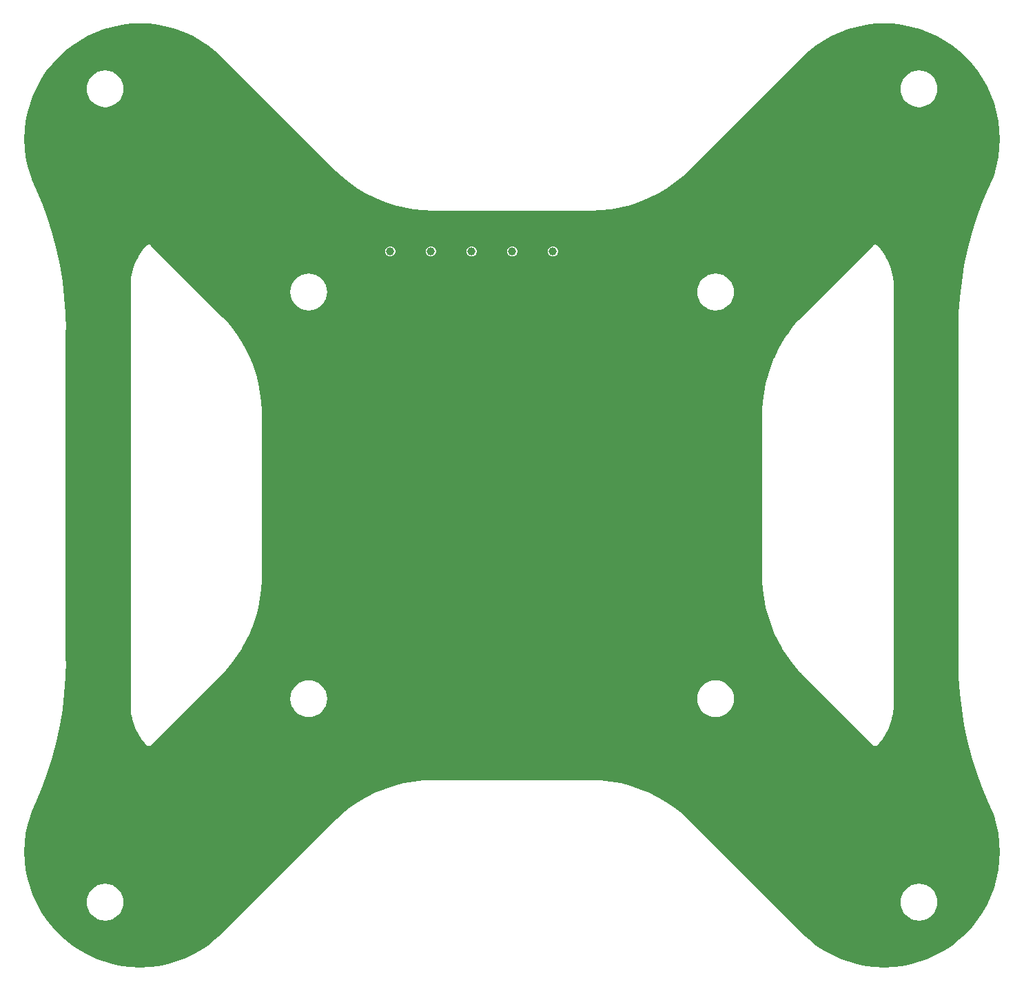
<source format=gbl>
G04*
G04 #@! TF.GenerationSoftware,Altium Limited,Altium Designer,22.2.1 (43)*
G04*
G04 Layer_Physical_Order=2*
G04 Layer_Color=16711680*
%FSLAX25Y25*%
%MOIN*%
G70*
G04*
G04 #@! TF.SameCoordinates,45D0AC0B-6FF6-4A69-A9E9-FFEFCF31C2CF*
G04*
G04*
G04 #@! TF.FilePolarity,Positive*
G04*
G01*
G75*
%ADD11C,0.03937*%
G36*
X184206Y228291D02*
X188572Y227775D01*
X192885Y226917D01*
X197116Y225723D01*
X201241Y224201D01*
X205235Y222361D01*
X209071Y220212D01*
X212726Y217770D01*
X216179Y215048D01*
X219408Y212063D01*
X222393Y208834D01*
X225115Y205381D01*
X227557Y201726D01*
X229706Y197889D01*
X231546Y193896D01*
X233068Y189771D01*
X234262Y185540D01*
X235120Y181227D01*
X235636Y176861D01*
X235809Y172468D01*
X235636Y168074D01*
X235120Y163708D01*
X234262Y159396D01*
X233068Y155164D01*
X232392Y153330D01*
D01*
X232217Y152865D01*
X230199Y148568D01*
X227206Y141341D01*
X224550Y133984D01*
X222236Y126512D01*
X220270Y118941D01*
X218655Y111288D01*
X217396Y103568D01*
X216494Y95798D01*
X215953Y87995D01*
X215772Y80176D01*
X215798D01*
Y-80176D01*
X215798Y-80176D01*
X215772D01*
X215953Y-87995D01*
X216494Y-95798D01*
X217396Y-103568D01*
X218655Y-111288D01*
X220270Y-118941D01*
X222236Y-126512D01*
X224550Y-133984D01*
X227206Y-141341D01*
X230199Y-148568D01*
X232217Y-152865D01*
X232392Y-153330D01*
D01*
X233068Y-155164D01*
X234262Y-159396D01*
X235120Y-163708D01*
X235636Y-168074D01*
X235809Y-172468D01*
X235636Y-176861D01*
X235120Y-181228D01*
X234262Y-185540D01*
X233068Y-189771D01*
X231546Y-193897D01*
X229706Y-197889D01*
X227557Y-201726D01*
X225115Y-205381D01*
X222393Y-208834D01*
X219408Y-212063D01*
X216179Y-215048D01*
X212726Y-217770D01*
X209071Y-220212D01*
X205235Y-222361D01*
X201241Y-224201D01*
X197116Y-225723D01*
X192885Y-226917D01*
X188572Y-227775D01*
X184206Y-228291D01*
X179813Y-228464D01*
X175419Y-228291D01*
X171053Y-227775D01*
X166741Y-226917D01*
X162509Y-225723D01*
X158384Y-224201D01*
X154391Y-222361D01*
X150555Y-220212D01*
X146899Y-217770D01*
X143446Y-215048D01*
X140257Y-212100D01*
X140226Y-212054D01*
X84833Y-156661D01*
X84766Y-156616D01*
X82368Y-154383D01*
X78599Y-151346D01*
X74624Y-148586D01*
X70461Y-146116D01*
X66133Y-143950D01*
X61661Y-142097D01*
X57069Y-140569D01*
X52379Y-139372D01*
X47616Y-138513D01*
X42804Y-137995D01*
X37967Y-137823D01*
Y-137846D01*
X-38164D01*
Y-137823D01*
X-43001Y-137995D01*
X-47813Y-138513D01*
X-52576Y-139372D01*
X-57266Y-140569D01*
X-61858Y-142097D01*
X-66330Y-143950D01*
X-70658Y-146116D01*
X-74821Y-148586D01*
X-78796Y-151346D01*
X-82565Y-154383D01*
X-84963Y-156616D01*
X-85030Y-156661D01*
X-140423Y-212054D01*
X-140454Y-212100D01*
X-143643Y-215048D01*
X-147096Y-217770D01*
X-150751Y-220212D01*
X-154588Y-222361D01*
X-158581Y-224201D01*
X-162706Y-225723D01*
X-166937Y-226917D01*
X-171250Y-227775D01*
X-175616Y-228291D01*
X-180009Y-228464D01*
X-184403Y-228291D01*
X-188769Y-227775D01*
X-193082Y-226917D01*
X-197313Y-225723D01*
X-201438Y-224201D01*
X-205431Y-222361D01*
X-209267Y-220212D01*
X-212923Y-217770D01*
X-216376Y-215048D01*
X-219605Y-212063D01*
X-222589Y-208834D01*
X-225311Y-205381D01*
X-227754Y-201726D01*
X-229903Y-197889D01*
X-231743Y-193897D01*
X-233265Y-189771D01*
X-234459Y-185540D01*
X-235316Y-181228D01*
X-235833Y-176861D01*
X-236006Y-172468D01*
X-235833Y-168074D01*
X-235316Y-163708D01*
X-234459Y-159396D01*
X-233265Y-155164D01*
X-232589Y-153330D01*
D01*
X-232413Y-152865D01*
X-230396Y-148568D01*
X-227403Y-141341D01*
X-224746Y-133984D01*
X-222433Y-126512D01*
X-220466Y-118941D01*
X-218852Y-111288D01*
X-217593Y-103568D01*
X-216691Y-95798D01*
X-216150Y-87995D01*
X-215969Y-80176D01*
X-215995D01*
X-215995Y-80176D01*
Y80176D01*
X-215969D01*
X-216150Y87995D01*
X-216691Y95798D01*
X-217593Y103568D01*
X-218852Y111288D01*
X-220466Y118941D01*
X-222433Y126512D01*
X-224746Y133984D01*
X-227403Y141341D01*
X-230396Y148568D01*
X-232413Y152865D01*
X-232589Y153330D01*
D01*
X-233265Y155164D01*
X-234459Y159396D01*
X-235316Y163708D01*
X-235833Y168074D01*
X-236006Y172468D01*
X-235833Y176861D01*
X-235316Y181227D01*
X-234459Y185540D01*
X-233265Y189771D01*
X-231743Y193896D01*
X-229903Y197889D01*
X-227754Y201726D01*
X-225311Y205381D01*
X-222589Y208834D01*
X-219605Y212063D01*
X-216376Y215048D01*
X-212923Y217770D01*
X-209267Y220212D01*
X-205431Y222361D01*
X-201438Y224201D01*
X-197313Y225723D01*
X-193082Y226917D01*
X-188769Y227775D01*
X-184403Y228291D01*
X-180009Y228464D01*
X-175616Y228291D01*
X-171250Y227775D01*
X-166937Y226917D01*
X-162706Y225723D01*
X-158581Y224201D01*
X-154588Y222361D01*
X-150751Y220212D01*
X-147096Y217770D01*
X-143643Y215048D01*
X-140454Y212099D01*
X-140423Y212054D01*
X-85030Y156661D01*
X-84963Y156616D01*
X-82565Y154383D01*
X-78796Y151346D01*
X-74821Y148586D01*
X-70658Y146116D01*
X-66330Y143950D01*
X-61858Y142097D01*
X-57266Y140569D01*
X-52576Y139372D01*
X-47813Y138513D01*
X-43001Y137995D01*
X-38164Y137822D01*
Y137846D01*
X37967D01*
Y137822D01*
X42804Y137995D01*
X47616Y138513D01*
X52379Y139372D01*
X57069Y140569D01*
X61661Y142097D01*
X66133Y143950D01*
X70461Y146116D01*
X74624Y148586D01*
X78599Y151346D01*
X82368Y154383D01*
X84766Y156616D01*
X84833Y156661D01*
X140226Y212054D01*
X140257Y212099D01*
X143446Y215048D01*
X146899Y217770D01*
X150555Y220212D01*
X154391Y222361D01*
X158384Y224201D01*
X162509Y225723D01*
X166741Y226917D01*
X171053Y227775D01*
X175419Y228291D01*
X179813Y228464D01*
X184206Y228291D01*
D02*
G37*
%LPC*%
G36*
X196752Y205767D02*
X195012Y205596D01*
X193340Y205089D01*
X191798Y204265D01*
X190447Y203156D01*
X189338Y201804D01*
X188514Y200263D01*
X188006Y198590D01*
X187835Y196850D01*
X188006Y195111D01*
X188514Y193438D01*
X189338Y191896D01*
X190447Y190545D01*
X191798Y189436D01*
X193340Y188612D01*
X195012Y188105D01*
X196752Y187933D01*
X198492Y188105D01*
X200164Y188612D01*
X201706Y189436D01*
X203057Y190545D01*
X204166Y191896D01*
X204990Y193438D01*
X205498Y195111D01*
X205669Y196850D01*
X205498Y198590D01*
X204990Y200263D01*
X204166Y201804D01*
X203057Y203156D01*
X201706Y204265D01*
X200164Y205089D01*
X198492Y205596D01*
X196752Y205767D01*
D02*
G37*
G36*
X-196949D02*
X-198688Y205596D01*
X-200361Y205089D01*
X-201903Y204265D01*
X-203254Y203156D01*
X-204363Y201804D01*
X-205187Y200263D01*
X-205694Y198590D01*
X-205866Y196850D01*
X-205694Y195111D01*
X-205187Y193438D01*
X-204363Y191896D01*
X-203254Y190545D01*
X-201903Y189436D01*
X-200361Y188612D01*
X-198688Y188105D01*
X-196949Y187933D01*
X-195209Y188105D01*
X-193536Y188612D01*
X-191995Y189436D01*
X-190644Y190545D01*
X-189535Y191896D01*
X-188711Y193438D01*
X-188203Y195111D01*
X-188032Y196850D01*
X-188203Y198590D01*
X-188711Y200263D01*
X-189535Y201804D01*
X-190644Y203156D01*
X-191995Y204265D01*
X-193536Y205089D01*
X-195209Y205596D01*
X-196949Y205767D01*
D02*
G37*
G36*
X175670Y121386D02*
X175657Y121384D01*
X175645Y121386D01*
X175429Y121377D01*
X175416Y121374D01*
X175404Y121376D01*
X175265Y121337D01*
X175124Y121303D01*
X175114Y121296D01*
X175102Y121292D01*
X174909Y121195D01*
X174898Y121188D01*
X174886Y121184D01*
X174775Y121092D01*
X174661Y121003D01*
X174655Y120992D01*
X174645Y120984D01*
X174603Y120932D01*
X139895Y86224D01*
X139894Y86222D01*
X139892Y86221D01*
X139890Y86219D01*
X139888Y86216D01*
X139885Y86214D01*
X139883Y86212D01*
X139881Y86209D01*
X139879Y86207D01*
X139876Y86205D01*
X139874Y86202D01*
X139872Y86200D01*
X138393Y84650D01*
X138379Y84628D01*
X138359Y84612D01*
X135603Y81330D01*
X135591Y81307D01*
X135572Y81290D01*
X133030Y77839D01*
X133019Y77816D01*
X133001Y77797D01*
X130683Y74193D01*
X130674Y74168D01*
X130657Y74149D01*
X128573Y70404D01*
X128565Y70380D01*
X128549Y70359D01*
X126707Y66490D01*
X126700Y66465D01*
X126686Y66443D01*
X125093Y62465D01*
X125088Y62439D01*
X125076Y62417D01*
X123738Y58346D01*
X123735Y58320D01*
X123723Y58297D01*
X122647Y54149D01*
X122645Y54123D01*
X122636Y54099D01*
X121824Y49891D01*
X121824Y49865D01*
X121816Y49841D01*
X121273Y45590D01*
X121275Y45564D01*
X121269Y45539D01*
X120997Y41262D01*
X121000Y41236D01*
X120995Y41211D01*
Y39068D01*
X120995Y39068D01*
X120995Y-39088D01*
X120995Y-39092D01*
X120996Y-39098D01*
X120995Y-39104D01*
X120995Y-39110D01*
X120996Y-39115D01*
X120996Y-39118D01*
Y-39120D01*
X120995Y-39122D01*
X120996Y-39128D01*
X120996Y-39129D01*
X120999Y-41249D01*
X121004Y-41274D01*
X121001Y-41300D01*
X121277Y-45554D01*
X121284Y-45579D01*
X121282Y-45604D01*
X121826Y-49832D01*
X121834Y-49857D01*
X121834Y-49883D01*
X122644Y-54068D01*
X122653Y-54092D01*
X122655Y-54117D01*
X123727Y-58243D01*
X123738Y-58266D01*
X123741Y-58292D01*
X125072Y-62342D01*
X125085Y-62364D01*
X125089Y-62389D01*
X126673Y-66347D01*
X126687Y-66369D01*
X126693Y-66394D01*
X128523Y-70244D01*
X128539Y-70265D01*
X128547Y-70289D01*
X130616Y-74016D01*
X130633Y-74035D01*
X130642Y-74059D01*
X132943Y-77648D01*
X132961Y-77667D01*
X132971Y-77690D01*
X135494Y-81126D01*
X135513Y-81144D01*
X135525Y-81166D01*
X138260Y-84437D01*
X138280Y-84453D01*
X138293Y-84475D01*
X139687Y-85942D01*
X139699Y-85975D01*
X139730Y-86023D01*
X139761Y-86056D01*
X139782Y-86096D01*
X139818Y-86140D01*
X139853Y-86169D01*
X139878Y-86207D01*
X139897Y-86226D01*
X174604Y-120933D01*
X174646Y-120984D01*
X174654Y-120992D01*
X174660Y-121001D01*
X174775Y-121091D01*
X174887Y-121184D01*
X174898Y-121187D01*
X174907Y-121195D01*
X175098Y-121291D01*
X175109Y-121294D01*
X175118Y-121301D01*
X175259Y-121336D01*
X175399Y-121375D01*
X175411Y-121374D01*
X175422Y-121377D01*
X175635Y-121387D01*
X175647Y-121385D01*
X175658Y-121387D01*
X175801Y-121362D01*
X175945Y-121340D01*
X175955Y-121334D01*
X175966Y-121332D01*
X176165Y-121254D01*
X176175Y-121248D01*
X176186Y-121246D01*
X176306Y-121164D01*
X176429Y-121086D01*
X176436Y-121076D01*
X176445Y-121070D01*
X176520Y-120994D01*
X176521Y-120993D01*
X176521Y-120993D01*
X176522Y-120992D01*
X176523Y-120990D01*
X176525Y-120989D01*
X176525Y-120989D01*
X176526Y-120988D01*
X176526Y-120987D01*
X176528Y-120986D01*
X176529Y-120985D01*
X176530Y-120984D01*
X176531Y-120982D01*
X176532Y-120982D01*
X176532Y-120982D01*
X176533Y-120980D01*
X176534Y-120979D01*
X176534Y-120979D01*
X176535Y-120979D01*
X176535Y-120978D01*
X176536Y-120977D01*
X176537Y-120977D01*
X176537Y-120976D01*
X176538Y-120975D01*
X176539Y-120975D01*
X176539Y-120975D01*
X176539Y-120974D01*
X176540Y-120974D01*
X177450Y-120021D01*
X177471Y-119988D01*
X177500Y-119963D01*
X179132Y-117893D01*
X179149Y-117859D01*
X179176Y-117831D01*
X180603Y-115615D01*
X180617Y-115579D01*
X180641Y-115549D01*
X181851Y-113208D01*
X181861Y-113171D01*
X181883Y-113138D01*
X182864Y-110692D01*
X182871Y-110654D01*
X182889Y-110620D01*
X183632Y-108091D01*
X183636Y-108053D01*
X183651Y-108017D01*
X184150Y-105429D01*
X184150Y-105391D01*
X184161Y-105354D01*
X184412Y-102730D01*
X184408Y-102692D01*
X184415Y-102654D01*
Y-101336D01*
X184415Y-101336D01*
X184415Y101335D01*
Y102653D01*
X184407Y102691D01*
X184411Y102730D01*
X184160Y105354D01*
X184149Y105392D01*
X184149Y105430D01*
X183649Y108019D01*
X183635Y108055D01*
X183631Y108093D01*
X182887Y110623D01*
X182869Y110657D01*
X182862Y110695D01*
X181880Y113142D01*
X181859Y113174D01*
X181848Y113212D01*
X180638Y115554D01*
X180614Y115584D01*
X180599Y115620D01*
X179171Y117837D01*
X179144Y117865D01*
X179127Y117899D01*
X177494Y119969D01*
X177465Y119994D01*
X177444Y120027D01*
X176532Y120980D01*
X176458Y121058D01*
X176447Y121065D01*
X176440Y121076D01*
X176320Y121155D01*
X176201Y121238D01*
X176189Y121240D01*
X176178Y121247D01*
X175978Y121328D01*
X175965Y121330D01*
X175954Y121337D01*
X175812Y121360D01*
X175670Y121386D01*
D02*
G37*
G36*
X20176Y120579D02*
X19194D01*
X18287Y120203D01*
X17592Y119509D01*
X17217Y118601D01*
Y117619D01*
X17592Y116712D01*
X18287Y116018D01*
X19194Y115642D01*
X20176D01*
X21083Y116018D01*
X21778Y116712D01*
X22154Y117619D01*
Y118601D01*
X21778Y119509D01*
X21083Y120203D01*
X20176Y120579D01*
D02*
G37*
G36*
X491D02*
X-491D01*
X-1398Y120203D01*
X-2093Y119509D01*
X-2468Y118601D01*
Y117619D01*
X-2093Y116712D01*
X-1398Y116018D01*
X-491Y115642D01*
X491D01*
X1398Y116018D01*
X2093Y116712D01*
X2468Y117619D01*
Y118601D01*
X2093Y119509D01*
X1398Y120203D01*
X491Y120579D01*
D02*
G37*
G36*
X-19194D02*
X-20176D01*
X-21083Y120203D01*
X-21778Y119509D01*
X-22153Y118601D01*
Y117619D01*
X-21778Y116712D01*
X-21083Y116018D01*
X-20176Y115642D01*
X-19194D01*
X-18287Y116018D01*
X-17592Y116712D01*
X-17217Y117619D01*
Y118601D01*
X-17592Y119509D01*
X-18287Y120203D01*
X-19194Y120579D01*
D02*
G37*
G36*
X-38879D02*
X-39861D01*
X-40768Y120203D01*
X-41463Y119509D01*
X-41839Y118601D01*
Y117619D01*
X-41463Y116712D01*
X-40768Y116018D01*
X-39861Y115642D01*
X-38879D01*
X-37972Y116018D01*
X-37277Y116712D01*
X-36902Y117619D01*
Y118601D01*
X-37277Y119509D01*
X-37972Y120203D01*
X-38879Y120579D01*
D02*
G37*
G36*
X-58564D02*
X-59546D01*
X-60453Y120203D01*
X-61148Y119509D01*
X-61524Y118601D01*
Y117619D01*
X-61148Y116712D01*
X-60453Y116018D01*
X-59546Y115642D01*
X-58564D01*
X-57657Y116018D01*
X-56962Y116712D01*
X-56587Y117619D01*
Y118601D01*
X-56962Y119509D01*
X-57657Y120203D01*
X-58564Y120579D01*
D02*
G37*
G36*
X98327Y107342D02*
X96587Y107171D01*
X94914Y106663D01*
X93373Y105839D01*
X92022Y104730D01*
X90913Y103379D01*
X90089Y101838D01*
X89581Y100165D01*
X89410Y98425D01*
X89581Y96686D01*
X90089Y95013D01*
X90913Y93471D01*
X92022Y92120D01*
X93373Y91011D01*
X94914Y90187D01*
X96587Y89680D01*
X98327Y89508D01*
X100066Y89680D01*
X101739Y90187D01*
X103281Y91011D01*
X104632Y92120D01*
X105741Y93471D01*
X106565Y95013D01*
X107072Y96686D01*
X107244Y98425D01*
X107072Y100165D01*
X106565Y101838D01*
X105741Y103379D01*
X104632Y104730D01*
X103281Y105839D01*
X101739Y106663D01*
X100066Y107171D01*
X98327Y107342D01*
D02*
G37*
G36*
X-98524D02*
X-100263Y107171D01*
X-101936Y106663D01*
X-103478Y105839D01*
X-104829Y104730D01*
X-105938Y103379D01*
X-106762Y101838D01*
X-107269Y100165D01*
X-107441Y98425D01*
X-107269Y96686D01*
X-106762Y95013D01*
X-105938Y93471D01*
X-104829Y92120D01*
X-103478Y91011D01*
X-101936Y90187D01*
X-100263Y89680D01*
X-98524Y89508D01*
X-96784Y89680D01*
X-95111Y90187D01*
X-93570Y91011D01*
X-92218Y92120D01*
X-91109Y93471D01*
X-90285Y95013D01*
X-89778Y96686D01*
X-89607Y98425D01*
X-89778Y100165D01*
X-90285Y101838D01*
X-91109Y103379D01*
X-92218Y104730D01*
X-93570Y105839D01*
X-95111Y106663D01*
X-96784Y107171D01*
X-98524Y107342D01*
D02*
G37*
G36*
X98327Y-89508D02*
X96587Y-89680D01*
X94914Y-90187D01*
X93373Y-91011D01*
X92022Y-92120D01*
X90913Y-93471D01*
X90089Y-95013D01*
X89581Y-96686D01*
X89410Y-98425D01*
X89581Y-100165D01*
X90089Y-101838D01*
X90913Y-103379D01*
X92022Y-104730D01*
X93373Y-105839D01*
X94914Y-106663D01*
X96587Y-107171D01*
X98327Y-107342D01*
X100066Y-107171D01*
X101739Y-106663D01*
X103281Y-105839D01*
X104632Y-104730D01*
X105741Y-103379D01*
X106565Y-101838D01*
X107072Y-100165D01*
X107244Y-98425D01*
X107072Y-96686D01*
X106565Y-95013D01*
X105741Y-93471D01*
X104632Y-92120D01*
X103281Y-91011D01*
X101739Y-90187D01*
X100066Y-89680D01*
X98327Y-89508D01*
D02*
G37*
G36*
X-98524D02*
X-100263Y-89680D01*
X-101936Y-90187D01*
X-103478Y-91011D01*
X-104829Y-92120D01*
X-105938Y-93471D01*
X-106762Y-95013D01*
X-107269Y-96686D01*
X-107441Y-98425D01*
X-107269Y-100165D01*
X-106762Y-101838D01*
X-105938Y-103379D01*
X-104829Y-104730D01*
X-103478Y-105839D01*
X-101936Y-106663D01*
X-100263Y-107171D01*
X-98524Y-107342D01*
X-96784Y-107171D01*
X-95111Y-106663D01*
X-93570Y-105839D01*
X-92218Y-104730D01*
X-91109Y-103379D01*
X-90285Y-101838D01*
X-89778Y-100165D01*
X-89607Y-98425D01*
X-89778Y-96686D01*
X-90285Y-95013D01*
X-91109Y-93471D01*
X-92218Y-92120D01*
X-93570Y-91011D01*
X-95111Y-90187D01*
X-96784Y-89680D01*
X-98524Y-89508D01*
D02*
G37*
G36*
X-175867Y121386D02*
X-176009Y121360D01*
X-176151Y121337D01*
X-176162Y121330D01*
X-176175Y121328D01*
X-176375Y121247D01*
X-176386Y121240D01*
X-176398Y121238D01*
X-176516Y121155D01*
X-176637Y121076D01*
X-176644Y121065D01*
X-176655Y121058D01*
X-176729Y120980D01*
X-177641Y120027D01*
X-177661Y119994D01*
X-177691Y119969D01*
X-179323Y117899D01*
X-179341Y117865D01*
X-179368Y117837D01*
X-180796Y115620D01*
X-180810Y115584D01*
X-180834Y115554D01*
X-182045Y113212D01*
X-182056Y113174D01*
X-182077Y113142D01*
X-183059Y110695D01*
X-183066Y110657D01*
X-183084Y110623D01*
X-183828Y108093D01*
X-183832Y108055D01*
X-183846Y108019D01*
X-184346Y105430D01*
X-184346Y105392D01*
X-184357Y105354D01*
X-184608Y102730D01*
X-184604Y102691D01*
X-184612Y102653D01*
Y101335D01*
X-184612Y-101336D01*
Y-102654D01*
X-184605Y-102692D01*
X-184609Y-102730D01*
X-184358Y-105354D01*
X-184347Y-105391D01*
X-184347Y-105429D01*
X-183847Y-108017D01*
X-183833Y-108053D01*
X-183829Y-108091D01*
X-183086Y-110620D01*
X-183068Y-110654D01*
X-183061Y-110692D01*
X-182080Y-113138D01*
X-182058Y-113171D01*
X-182048Y-113208D01*
X-180838Y-115549D01*
X-180814Y-115579D01*
X-180800Y-115615D01*
X-179373Y-117831D01*
X-179346Y-117859D01*
X-179329Y-117893D01*
X-177697Y-119963D01*
X-177668Y-119988D01*
X-177647Y-120021D01*
X-176736Y-120974D01*
X-176736Y-120974D01*
X-176735Y-120975D01*
X-176735Y-120975D01*
X-176735Y-120975D01*
X-176734Y-120976D01*
X-176734Y-120976D01*
X-176734Y-120977D01*
X-176733Y-120977D01*
X-176732Y-120978D01*
X-176732Y-120979D01*
X-176731Y-120979D01*
X-176731Y-120979D01*
X-176730Y-120980D01*
X-176730Y-120980D01*
X-176729Y-120982D01*
X-176728Y-120982D01*
X-176728Y-120982D01*
X-176727Y-120984D01*
X-176725Y-120985D01*
X-176725Y-120986D01*
X-176723Y-120987D01*
X-176723Y-120988D01*
X-176722Y-120989D01*
X-176722Y-120989D01*
X-176720Y-120990D01*
X-176719Y-120992D01*
X-176718Y-120993D01*
X-176717Y-120993D01*
X-176717Y-120994D01*
X-176642Y-121070D01*
X-176633Y-121076D01*
X-176626Y-121086D01*
X-176503Y-121164D01*
X-176383Y-121246D01*
X-176372Y-121248D01*
X-176362Y-121254D01*
X-176163Y-121332D01*
X-176152Y-121334D01*
X-176142Y-121340D01*
X-175998Y-121362D01*
X-175855Y-121387D01*
X-175844Y-121385D01*
X-175832Y-121387D01*
X-175619Y-121377D01*
X-175608Y-121374D01*
X-175596Y-121375D01*
X-175456Y-121336D01*
X-175314Y-121301D01*
X-175305Y-121294D01*
X-175294Y-121291D01*
X-175103Y-121195D01*
X-175095Y-121187D01*
X-175084Y-121184D01*
X-174972Y-121091D01*
X-174857Y-121001D01*
X-174851Y-120992D01*
X-174843Y-120984D01*
X-174801Y-120933D01*
X-140092Y-86225D01*
X-140075Y-86207D01*
X-140049Y-86169D01*
X-140014Y-86140D01*
X-139979Y-86096D01*
X-139958Y-86056D01*
X-139926Y-86023D01*
X-139896Y-85975D01*
X-139883Y-85942D01*
X-138490Y-84475D01*
X-138477Y-84453D01*
X-138456Y-84437D01*
X-135722Y-81166D01*
X-135710Y-81144D01*
X-135691Y-81126D01*
X-133168Y-77690D01*
X-133157Y-77667D01*
X-133140Y-77648D01*
X-130839Y-74059D01*
X-130830Y-74035D01*
X-130813Y-74016D01*
X-128744Y-70289D01*
X-128736Y-70265D01*
X-128720Y-70244D01*
X-126890Y-66394D01*
X-126884Y-66369D01*
X-126870Y-66347D01*
X-125286Y-62389D01*
X-125282Y-62364D01*
X-125269Y-62342D01*
X-123938Y-58292D01*
X-123935Y-58266D01*
X-123924Y-58243D01*
X-122852Y-54117D01*
X-122850Y-54092D01*
X-122840Y-54068D01*
X-122031Y-49883D01*
X-122031Y-49857D01*
X-122023Y-49832D01*
X-121479Y-45604D01*
X-121481Y-45579D01*
X-121474Y-45554D01*
X-121198Y-41300D01*
X-121201Y-41274D01*
X-121196Y-41249D01*
X-121193Y-39129D01*
X-121192Y-39128D01*
X-121192Y-39122D01*
X-121193Y-39120D01*
Y-39118D01*
X-121193Y-39117D01*
X-121193Y-39116D01*
X-121193Y-39115D01*
X-121192Y-39110D01*
X-121192Y-39104D01*
X-121193Y-39098D01*
X-121192Y-39092D01*
X-121192Y-39088D01*
X-121192Y39068D01*
X-121192Y39068D01*
Y41211D01*
X-121197Y41236D01*
X-121194Y41262D01*
X-121465Y45539D01*
X-121472Y45564D01*
X-121470Y45590D01*
X-122013Y49841D01*
X-122021Y49865D01*
X-122021Y49891D01*
X-122832Y54099D01*
X-122842Y54123D01*
X-122844Y54149D01*
X-123920Y58297D01*
X-123932Y58320D01*
X-123935Y58346D01*
X-125272Y62417D01*
X-125285Y62439D01*
X-125290Y62465D01*
X-126883Y66443D01*
X-126897Y66465D01*
X-126904Y66490D01*
X-128746Y70359D01*
X-128762Y70380D01*
X-128770Y70404D01*
X-130854Y74149D01*
X-130871Y74168D01*
X-130880Y74193D01*
X-133198Y77797D01*
X-133216Y77816D01*
X-133227Y77839D01*
X-135768Y81290D01*
X-135787Y81307D01*
X-135800Y81330D01*
X-138556Y84612D01*
X-138576Y84628D01*
X-138590Y84650D01*
X-140069Y86200D01*
X-140071Y86202D01*
X-140073Y86205D01*
X-140075Y86207D01*
X-140078Y86209D01*
X-140080Y86212D01*
X-140082Y86214D01*
X-140085Y86216D01*
X-140087Y86219D01*
X-140089Y86221D01*
X-140091Y86222D01*
X-140092Y86224D01*
X-174800Y120932D01*
X-174842Y120984D01*
X-174852Y120992D01*
X-174858Y121003D01*
X-174972Y121092D01*
X-175083Y121184D01*
X-175095Y121188D01*
X-175105Y121195D01*
X-175299Y121292D01*
X-175311Y121296D01*
X-175321Y121303D01*
X-175461Y121337D01*
X-175601Y121376D01*
X-175613Y121374D01*
X-175626Y121377D01*
X-175841Y121386D01*
X-175854Y121384D01*
X-175867Y121386D01*
D02*
G37*
G36*
X196752Y-187933D02*
X195012Y-188105D01*
X193340Y-188612D01*
X191798Y-189436D01*
X190447Y-190545D01*
X189338Y-191896D01*
X188514Y-193438D01*
X188006Y-195111D01*
X187835Y-196850D01*
X188006Y-198590D01*
X188514Y-200263D01*
X189338Y-201804D01*
X190447Y-203156D01*
X191798Y-204265D01*
X193340Y-205089D01*
X195012Y-205596D01*
X196752Y-205767D01*
X198492Y-205596D01*
X200164Y-205089D01*
X201706Y-204265D01*
X203057Y-203156D01*
X204166Y-201804D01*
X204990Y-200263D01*
X205498Y-198590D01*
X205669Y-196850D01*
X205498Y-195111D01*
X204990Y-193438D01*
X204166Y-191896D01*
X203057Y-190545D01*
X201706Y-189436D01*
X200164Y-188612D01*
X198492Y-188105D01*
X196752Y-187933D01*
D02*
G37*
G36*
X-196949Y-187933D02*
X-198688Y-188105D01*
X-200361Y-188612D01*
X-201903Y-189436D01*
X-203254Y-190545D01*
X-204363Y-191896D01*
X-205187Y-193438D01*
X-205694Y-195111D01*
X-205866Y-196850D01*
X-205694Y-198590D01*
X-205187Y-200263D01*
X-204363Y-201804D01*
X-203254Y-203156D01*
X-201903Y-204265D01*
X-200361Y-205089D01*
X-198688Y-205596D01*
X-196949Y-205767D01*
X-195209Y-205596D01*
X-193536Y-205089D01*
X-191995Y-204265D01*
X-190644Y-203156D01*
X-189535Y-201804D01*
X-188711Y-200263D01*
X-188203Y-198590D01*
X-188032Y-196850D01*
X-188203Y-195111D01*
X-188711Y-193438D01*
X-189535Y-191896D01*
X-190644Y-190545D01*
X-191995Y-189436D01*
X-193536Y-188612D01*
X-195209Y-188105D01*
X-196949Y-187933D01*
D02*
G37*
%LPD*%
D11*
X59055Y-118110D02*
D03*
X39370D02*
D03*
X19685D02*
D03*
X0D02*
D03*
X-19685D02*
D03*
X-39370D02*
D03*
X-59055D02*
D03*
X39370Y118110D02*
D03*
X19685D02*
D03*
X0D02*
D03*
X-19685D02*
D03*
X-39370D02*
D03*
X-59055D02*
D03*
X-98425Y-157480D02*
D03*
X-137795Y-196850D02*
D03*
X-118110Y-177165D02*
D03*
X-137795D02*
D03*
X-118110Y-157480D02*
D03*
X-137795D02*
D03*
X-118110Y-137795D02*
D03*
X-137795D02*
D03*
Y-118110D02*
D03*
Y-98425D02*
D03*
X-118110Y-118110D02*
D03*
X-98425Y-137795D02*
D03*
X-78740D02*
D03*
X98425Y-157480D02*
D03*
X118110Y-177165D02*
D03*
X78740Y-137795D02*
D03*
X118110Y-157480D02*
D03*
X98425Y-137795D02*
D03*
X118110D02*
D03*
Y-118110D02*
D03*
Y-78740D02*
D03*
Y-59055D02*
D03*
Y-39370D02*
D03*
Y-19685D02*
D03*
Y0D02*
D03*
Y19685D02*
D03*
Y39370D02*
D03*
Y59055D02*
D03*
Y78740D02*
D03*
X98425Y-59055D02*
D03*
Y-39370D02*
D03*
Y-19685D02*
D03*
Y0D02*
D03*
Y19685D02*
D03*
Y39370D02*
D03*
Y59055D02*
D03*
X78740Y-78740D02*
D03*
Y-59055D02*
D03*
Y-39370D02*
D03*
Y-19685D02*
D03*
Y0D02*
D03*
Y19685D02*
D03*
Y39370D02*
D03*
Y59055D02*
D03*
Y78740D02*
D03*
X-118110D02*
D03*
Y59055D02*
D03*
Y39370D02*
D03*
Y19685D02*
D03*
Y0D02*
D03*
Y-19685D02*
D03*
Y-39370D02*
D03*
Y-59055D02*
D03*
Y-78740D02*
D03*
X-98425Y59055D02*
D03*
Y39370D02*
D03*
Y19685D02*
D03*
Y0D02*
D03*
Y-19685D02*
D03*
Y-39370D02*
D03*
Y-59055D02*
D03*
X-78740Y-118110D02*
D03*
X-39370Y-98425D02*
D03*
X-59055D02*
D03*
X19685D02*
D03*
X0D02*
D03*
X-19685D02*
D03*
X59055D02*
D03*
X39370D02*
D03*
X-39370Y-78740D02*
D03*
X-59055D02*
D03*
X-78740D02*
D03*
X19685D02*
D03*
X0D02*
D03*
X-19685D02*
D03*
X59055D02*
D03*
X39370D02*
D03*
X-39370Y-59055D02*
D03*
X-59055D02*
D03*
X-78740D02*
D03*
X19685D02*
D03*
X0D02*
D03*
X-19685D02*
D03*
X59055D02*
D03*
X39370D02*
D03*
X-39370Y-39370D02*
D03*
X-59055D02*
D03*
X-78740D02*
D03*
X19685D02*
D03*
X0D02*
D03*
X-19685D02*
D03*
X59055D02*
D03*
X39370D02*
D03*
X-39370Y-19685D02*
D03*
X-59055D02*
D03*
X-78740D02*
D03*
X19685D02*
D03*
X0D02*
D03*
X-19685D02*
D03*
X59055D02*
D03*
X39370D02*
D03*
X-39370Y0D02*
D03*
X-59055D02*
D03*
X-78740D02*
D03*
X19685D02*
D03*
X0D02*
D03*
X-19685D02*
D03*
X59055D02*
D03*
X39370D02*
D03*
X-39370Y19685D02*
D03*
X-59055D02*
D03*
X-78740D02*
D03*
X19685D02*
D03*
X0D02*
D03*
X-19685D02*
D03*
X59055D02*
D03*
X39370D02*
D03*
X-39370Y39370D02*
D03*
X-59055D02*
D03*
X-78740D02*
D03*
X19685D02*
D03*
X0D02*
D03*
X-19685D02*
D03*
X59055D02*
D03*
X39370D02*
D03*
X-39370Y59055D02*
D03*
X-59055D02*
D03*
X-78740D02*
D03*
X19685D02*
D03*
X0D02*
D03*
X-19685D02*
D03*
X59055D02*
D03*
X39370D02*
D03*
X-39370Y78740D02*
D03*
X-59055D02*
D03*
X-78740D02*
D03*
X19685D02*
D03*
X0D02*
D03*
X-19685D02*
D03*
X59055D02*
D03*
X39370D02*
D03*
X19685Y98425D02*
D03*
X39370D02*
D03*
X59055D02*
D03*
X-39370D02*
D03*
X-19685D02*
D03*
X0D02*
D03*
X-59055D02*
D03*
X-118110Y137795D02*
D03*
Y157480D02*
D03*
Y177165D02*
D03*
X-137795Y137795D02*
D03*
Y157480D02*
D03*
Y177165D02*
D03*
Y118110D02*
D03*
X-157480D02*
D03*
X59055D02*
D03*
X118110D02*
D03*
X78740D02*
D03*
X118110Y137795D02*
D03*
X98425D02*
D03*
X78740D02*
D03*
X137795Y98425D02*
D03*
X157480Y118110D02*
D03*
X137795D02*
D03*
Y137795D02*
D03*
X157480D02*
D03*
X177165D02*
D03*
Y157480D02*
D03*
X157480D02*
D03*
X137795D02*
D03*
Y177165D02*
D03*
Y196850D02*
D03*
X157480Y177165D02*
D03*
Y196850D02*
D03*
Y216535D02*
D03*
X177165D02*
D03*
Y177165D02*
D03*
X216535D02*
D03*
Y157480D02*
D03*
X196850D02*
D03*
X216535Y137795D02*
D03*
X196850D02*
D03*
Y118110D02*
D03*
Y98425D02*
D03*
Y78740D02*
D03*
Y59055D02*
D03*
Y39370D02*
D03*
Y19685D02*
D03*
Y0D02*
D03*
Y-19685D02*
D03*
Y-39370D02*
D03*
Y-59055D02*
D03*
Y-78740D02*
D03*
Y-98425D02*
D03*
X216535Y-118110D02*
D03*
X197503Y-120920D02*
D03*
X216535Y-157480D02*
D03*
Y-137795D02*
D03*
X196850D02*
D03*
X177165D02*
D03*
Y-157480D02*
D03*
X196850D02*
D03*
X216535Y-177165D02*
D03*
X177165D02*
D03*
Y-216535D02*
D03*
X157480D02*
D03*
Y-196850D02*
D03*
X137795D02*
D03*
X157480Y-177165D02*
D03*
Y-118110D02*
D03*
Y-137795D02*
D03*
Y-157480D02*
D03*
X137795Y-177165D02*
D03*
Y-157480D02*
D03*
Y-137795D02*
D03*
Y-118110D02*
D03*
Y-98425D02*
D03*
X-157480Y-118110D02*
D03*
Y-137795D02*
D03*
Y-157480D02*
D03*
Y-177165D02*
D03*
Y-196850D02*
D03*
Y-216535D02*
D03*
X-177165D02*
D03*
Y-177165D02*
D03*
Y-137795D02*
D03*
Y-157480D02*
D03*
X-216535Y-177165D02*
D03*
X-196850Y-157480D02*
D03*
X-216535D02*
D03*
Y-137795D02*
D03*
X-196850D02*
D03*
Y-118110D02*
D03*
Y-98425D02*
D03*
Y-78740D02*
D03*
Y-59055D02*
D03*
Y-39370D02*
D03*
Y-19685D02*
D03*
Y0D02*
D03*
Y19685D02*
D03*
Y39370D02*
D03*
Y59055D02*
D03*
Y78740D02*
D03*
Y98425D02*
D03*
Y118110D02*
D03*
X-216535D02*
D03*
X-157480Y216535D02*
D03*
X-177165D02*
D03*
X-157480Y196850D02*
D03*
X-216535Y177165D02*
D03*
X-196975Y158107D02*
D03*
X-216535Y157480D02*
D03*
Y137795D02*
D03*
X-196850D02*
D03*
X-177165D02*
D03*
X-157480D02*
D03*
Y177165D02*
D03*
X-177165D02*
D03*
Y157480D02*
D03*
X-157480D02*
D03*
M02*

</source>
